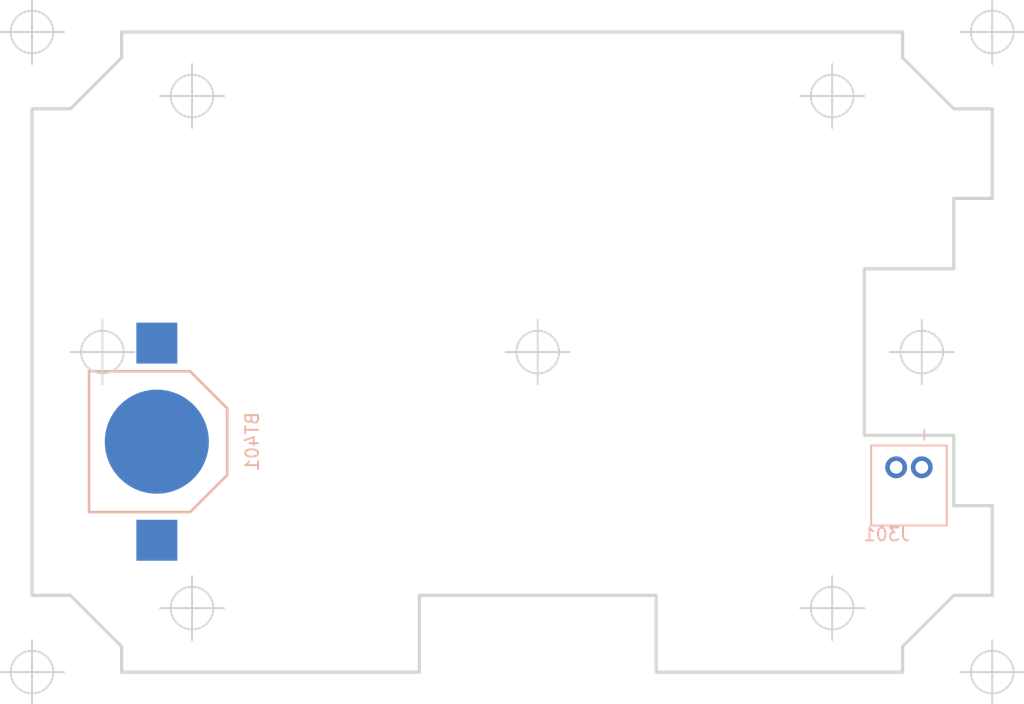
<source format=kicad_pcb>
(kicad_pcb (version 4) (host pcbnew 4.0.6)

  (general
    (links 2)
    (no_connects 2)
    (area -71.25 45.698 405.921143 277.25)
    (thickness 1.6)
    (drawings 39)
    (tracks 0)
    (zones 0)
    (modules 2)
    (nets 5)
  )

  (page A)
  (layers
    (0 F.Cu signal)
    (1 In1.Cu power hide)
    (2 In2.Cu power hide)
    (31 B.Cu signal)
    (36 B.SilkS user)
    (37 F.SilkS user)
    (38 B.Mask user)
    (39 F.Mask user)
    (40 Dwgs.User user)
    (44 Edge.Cuts user)
    (46 B.CrtYd user hide)
    (47 F.CrtYd user)
  )

  (setup
    (last_trace_width 0.25)
    (user_trace_width 0.3)
    (user_trace_width 0.35)
    (user_trace_width 0.5)
    (user_trace_width 0.65)
    (user_trace_width 0.75)
    (user_trace_width 1)
    (trace_clearance 0.127)
    (zone_clearance 0.2)
    (zone_45_only yes)
    (trace_min 0.2)
    (segment_width 0.2)
    (edge_width 0.25)
    (via_size 0.6)
    (via_drill 0.4)
    (via_min_size 0.4)
    (via_min_drill 0.3)
    (user_via 0.6 0.3)
    (user_via 0.9 0.5)
    (user_via 1.2 0.75)
    (user_via 1.5 1)
    (uvia_size 0.3)
    (uvia_drill 0.1)
    (uvias_allowed no)
    (uvia_min_size 0.2)
    (uvia_min_drill 0.1)
    (pcb_text_width 0.3)
    (pcb_text_size 1.5 1.5)
    (mod_edge_width 0.15)
    (mod_text_size 1 1)
    (mod_text_width 0.15)
    (pad_size 4.064 4.064)
    (pad_drill 3.048)
    (pad_to_mask_clearance 0.2)
    (aux_axis_origin 50 100)
    (grid_origin 50 100)
    (visible_elements 7FFE6FFD)
    (pcbplotparams
      (layerselection 0x00020_80000001)
      (usegerberextensions false)
      (excludeedgelayer true)
      (linewidth 0.100000)
      (plotframeref false)
      (viasonmask false)
      (mode 1)
      (useauxorigin false)
      (hpglpennumber 1)
      (hpglpenspeed 20)
      (hpglpendiameter 15)
      (hpglpenoverlay 2)
      (psnegative false)
      (psa4output false)
      (plotreference true)
      (plotvalue true)
      (plotinvisibletext false)
      (padsonsilk false)
      (subtractmaskfromsilk false)
      (outputformat 1)
      (mirror false)
      (drillshape 0)
      (scaleselection 1)
      (outputdirectory ""))
  )

  (net 0 "")
  (net 1 +3V3)
  (net 2 GND)
  (net 3 "Net-(F301-Pad2)")
  (net 4 "Net-(BT401-Pad+)")

  (net_class Default "This is the default net class."
    (clearance 0.127)
    (trace_width 0.25)
    (via_dia 0.6)
    (via_drill 0.4)
    (uvia_dia 0.3)
    (uvia_drill 0.1)
    (add_net "Net-(BT401-Pad+)")
    (add_net "Net-(F301-Pad2)")
  )

  (net_class power1 ""
    (clearance 0.127)
    (trace_width 0.45)
    (via_dia 0.75)
    (via_drill 0.5)
    (uvia_dia 0.3)
    (uvia_drill 0.1)
    (add_net GND)
  )

  (module paddle:JST_battery_header_B2B-PH-K-S (layer B.Cu) (tedit 5956E802) (tstamp 59CAAE6D)
    (at 118.5 84 180)
    (path /59B548AE/59B553AF)
    (fp_text reference J301 (at 1.75 -5.25 180) (layer B.SilkS)
      (effects (font (size 1 1) (thickness 0.15)) (justify mirror))
    )
    (fp_text value Battery (at -0.1 -6.9 180) (layer B.Fab)
      (effects (font (size 1 1) (thickness 0.15)) (justify mirror))
    )
    (fp_text user - (at 1 2.6 180) (layer B.SilkS)
      (effects (font (size 1 1) (thickness 0.15)) (justify mirror))
    )
    (fp_text user + (at -1.2 2.6 180) (layer B.SilkS)
      (effects (font (size 1 1) (thickness 0.15)) (justify mirror))
    )
    (fp_line (start -2.95 1.7) (end -2.95 -4.55) (layer B.SilkS) (width 0.15))
    (fp_line (start -2.95 -4.55) (end 2.95 -4.55) (layer B.SilkS) (width 0.15))
    (fp_line (start 2.95 -4.55) (end 2.95 1.7) (layer B.SilkS) (width 0.15))
    (fp_line (start 2.95 1.7) (end -2.95 1.7) (layer B.SilkS) (width 0.15))
    (pad 1 thru_hole circle (at -1 0 180) (size 1.7 1.7) (drill 1) (layers *.Cu *.Mask)
      (net 3 "Net-(F301-Pad2)"))
    (pad 2 thru_hole circle (at 1 0 180) (size 1.7 1.7) (drill 1) (layers *.Cu *.Mask)
      (net 2 GND))
  )

  (module paddle:CR1025_holder (layer B.Cu) (tedit 59D00B20) (tstamp 59D01AE6)
    (at 59.75 82 270)
    (path /59CA9ED7/59D0200B)
    (fp_text reference BT401 (at 0 -7.45 270) (layer B.SilkS)
      (effects (font (size 1 1) (thickness 0.15)) (justify mirror))
    )
    (fp_text value CR1025 (at 0 -9.1 270) (layer B.Fab)
      (effects (font (size 1 1) (thickness 0.15)) (justify mirror))
    )
    (fp_line (start -9.6 -5.8) (end -9.6 5.6) (layer B.CrtYd) (width 0.2))
    (fp_line (start 9.6 -5.8) (end -9.6 -5.8) (layer B.CrtYd) (width 0.2))
    (fp_line (start 9.6 5.6) (end 9.6 -5.8) (layer B.CrtYd) (width 0.2))
    (fp_line (start -9.6 5.6) (end 9.6 5.6) (layer B.CrtYd) (width 0.2))
    (fp_line (start 2.6 -5.5) (end 5.5 -2.6) (layer B.SilkS) (width 0.2))
    (fp_line (start -2.6 -5.5) (end -5.5 -2.6) (layer B.SilkS) (width 0.2))
    (fp_line (start 5.5 5.3) (end 5.5 -2.6) (layer B.SilkS) (width 0.2))
    (fp_line (start -5.5 5.3) (end -5.5 -2.6) (layer B.SilkS) (width 0.2))
    (fp_line (start -5.4 5.3) (end 5.4 5.3) (layer B.SilkS) (width 0.2))
    (fp_line (start -2.6 -5.5) (end 2.6 -5.5) (layer B.SilkS) (width 0.2))
    (pad - smd circle (at 0 0 270) (size 8.13 8.13) (layers B.Cu B.Mask)
      (net 2 GND))
    (pad + smd rect (at 7.7 0 270) (size 3.2 3.2) (layers B.Cu B.Mask)
      (net 4 "Net-(BT401-Pad+)"))
    (pad + smd rect (at -7.7 0 270) (size 3.2 3.2) (layers B.Cu B.Mask)
      (net 4 "Net-(BT401-Pad+)"))
  )

  (gr_line (start 98.75 100) (end 118 100) (layer Edge.Cuts) (width 0.25))
  (gr_line (start 80.25 100) (end 57 100) (layer Edge.Cuts) (width 0.25))
  (gr_line (start 98.75 94) (end 98.75 100) (layer Edge.Cuts) (width 0.25))
  (gr_line (start 80.25 94) (end 98.75 94) (layer Edge.Cuts) (width 0.25))
  (gr_line (start 80.25 100) (end 80.25 94) (layer Edge.Cuts) (width 0.25))
  (gr_line (start 118 52) (end 122 56) (angle 90) (layer Edge.Cuts) (width 0.25))
  (gr_line (start 125 56) (end 122 56) (angle 90) (layer Edge.Cuts) (width 0.25))
  (gr_line (start 118 50) (end 118 52) (angle 90) (layer Edge.Cuts) (width 0.25))
  (gr_line (start 118 98) (end 122 94) (angle 90) (layer Edge.Cuts) (width 0.25))
  (gr_line (start 118 100) (end 118 98) (angle 90) (layer Edge.Cuts) (width 0.25))
  (gr_line (start 125 94) (end 122 94) (angle 90) (layer Edge.Cuts) (width 0.25))
  (gr_line (start 53 94) (end 57 98) (angle 90) (layer Edge.Cuts) (width 0.25))
  (gr_line (start 57 52) (end 53 56) (angle 90) (layer Edge.Cuts) (width 0.25))
  (gr_line (start 122 81.5) (end 122 87) (angle 90) (layer Edge.Cuts) (width 0.25))
  (gr_line (start 122 63) (end 122 68.5) (angle 90) (layer Edge.Cuts) (width 0.25))
  (gr_line (start 125 94) (end 125 87) (angle 90) (layer Edge.Cuts) (width 0.25))
  (gr_line (start 125 56) (end 125 63) (angle 90) (layer Edge.Cuts) (width 0.25))
  (gr_line (start 115 81.5) (end 122 81.5) (angle 90) (layer Edge.Cuts) (width 0.25))
  (gr_line (start 115 68.5) (end 115 81.5) (angle 90) (layer Edge.Cuts) (width 0.25))
  (gr_line (start 122 68.5) (end 115 68.5) (angle 90) (layer Edge.Cuts) (width 0.25))
  (gr_line (start 122 87) (end 125 87) (angle 90) (layer Edge.Cuts) (width 0.25))
  (gr_line (start 125 63) (end 122 63) (angle 90) (layer Edge.Cuts) (width 0.25))
  (target plus (at 50 50) (size 5) (width 0.15) (layer Edge.Cuts))
  (target plus (at 112.5 55) (size 5) (width 0.15) (layer Edge.Cuts) (tstamp 59CDCC74))
  (target plus (at 62.5 55) (size 5) (width 0.15) (layer Edge.Cuts))
  (target plus (at 112.5 95) (size 5) (width 0.15) (layer Edge.Cuts))
  (target plus (at 62.5 95) (size 5) (width 0.15) (layer Edge.Cuts))
  (target plus (at 119.5 75) (size 5) (width 0.15) (layer Edge.Cuts) (tstamp 59CC4914))
  (target plus (at 55.5 75) (size 5) (width 0.15) (layer Edge.Cuts))
  (target plus (at 89.5 75) (size 5) (width 0.15) (layer Edge.Cuts))
  (target plus (at 125 100) (size 5) (width 0.15) (layer Edge.Cuts) (tstamp 59CC46FE))
  (target plus (at 125 50) (size 5) (width 0.15) (layer Edge.Cuts) (tstamp 59CC46FA))
  (target plus (at 50 100) (size 5) (width 0.15) (layer Edge.Cuts))
  (gr_line (start 50 56) (end 53 56) (layer Edge.Cuts) (width 0.254) (tstamp 59CC4629))
  (gr_line (start 57 52) (end 57 50) (layer Edge.Cuts) (width 0.254) (tstamp 59CC4627))
  (gr_line (start 57 98) (end 57 100) (layer Edge.Cuts) (width 0.254) (tstamp 59CC459E))
  (gr_line (start 50 94) (end 53 94) (layer Edge.Cuts) (width 0.254) (tstamp 59CC459D))
  (gr_line (start 50 56) (end 50 94) (layer Edge.Cuts) (width 0.254))
  (gr_line (start 118 50) (end 57 50) (layer Edge.Cuts) (width 0.254))

  (zone (net 2) (net_name GND) (layer In2.Cu) (tstamp 59CF0E6F) (hatch edge 0.508)
    (connect_pads (clearance 0.2))
    (min_thickness 0.2)
    (fill yes (arc_segments 16) (thermal_gap 0.508) (thermal_bridge_width 0.508))
    (polygon
      (pts
        (xy 50 50) (xy 125 50) (xy 125 100) (xy 50 100)
      )
    )
    (filled_polygon
      (pts
        (xy 117.575 52) (xy 117.601984 52.135657) (xy 117.607351 52.162641) (xy 117.69948 52.30052) (xy 121.699479 56.30052)
        (xy 121.791608 56.362078) (xy 121.83736 56.392649) (xy 122 56.425) (xy 124.575 56.425) (xy 124.575 62.575)
        (xy 122 62.575) (xy 121.83736 62.607351) (xy 121.69948 62.69948) (xy 121.607351 62.83736) (xy 121.575 63)
        (xy 121.575 68.075) (xy 115.06197 68.075) (xy 115.062184 67.829682) (xy 114.900845 67.439211) (xy 114.60236 67.140205)
        (xy 114.212172 66.978185) (xy 113.789682 66.977816) (xy 113.399211 67.139155) (xy 113.100205 67.43764) (xy 112.938185 67.827828)
        (xy 112.937816 68.250318) (xy 113.099155 68.640789) (xy 113.39764 68.939795) (xy 113.787828 69.101815) (xy 114.210318 69.102184)
        (xy 114.575 68.951501) (xy 114.575 81.5) (xy 114.607351 81.66264) (xy 114.69948 81.80052) (xy 114.83736 81.892649)
        (xy 115 81.925) (xy 121.575 81.925) (xy 121.575 87) (xy 121.607351 87.16264) (xy 121.69948 87.30052)
        (xy 121.83736 87.392649) (xy 122 87.425) (xy 124.575 87.425) (xy 124.575 93.575) (xy 122 93.575)
        (xy 121.83736 93.607351) (xy 121.837358 93.607352) (xy 121.837359 93.607352) (xy 121.699479 93.69948) (xy 117.69948 97.69948)
        (xy 117.607351 97.837359) (xy 117.607351 97.83736) (xy 117.575 98) (xy 117.575 99.575) (xy 99.175 99.575)
        (xy 99.175 95.356471) (xy 110.699688 95.356471) (xy 110.973145 96.018286) (xy 111.479051 96.525076) (xy 112.140387 96.799687)
        (xy 112.856471 96.800312) (xy 113.518286 96.526855) (xy 114.025076 96.020949) (xy 114.299687 95.359613) (xy 114.300312 94.643529)
        (xy 114.026855 93.981714) (xy 113.520949 93.474924) (xy 112.859613 93.200313) (xy 112.143529 93.199688) (xy 111.481714 93.473145)
        (xy 110.974924 93.979051) (xy 110.700313 94.640387) (xy 110.699688 95.356471) (xy 99.175 95.356471) (xy 99.175 94)
        (xy 99.142649 93.83736) (xy 99.05052 93.69948) (xy 98.91264 93.607351) (xy 98.75 93.575) (xy 80.25 93.575)
        (xy 80.08736 93.607351) (xy 79.94948 93.69948) (xy 79.857351 93.83736) (xy 79.825 94) (xy 79.825 99.575)
        (xy 57.427 99.575) (xy 57.427 98) (xy 57.394497 97.836594) (xy 57.301935 97.698065) (xy 57.293409 97.692368)
        (xy 54.957512 95.356471) (xy 60.699688 95.356471) (xy 60.973145 96.018286) (xy 61.479051 96.525076) (xy 62.140387 96.799687)
        (xy 62.856471 96.800312) (xy 63.518286 96.526855) (xy 64.025076 96.020949) (xy 64.299687 95.359613) (xy 64.300312 94.643529)
        (xy 64.026855 93.981714) (xy 63.520949 93.474924) (xy 62.859613 93.200313) (xy 62.143529 93.199688) (xy 61.481714 93.473145)
        (xy 60.974924 93.979051) (xy 60.700313 94.640387) (xy 60.699688 95.356471) (xy 54.957512 95.356471) (xy 53.307634 93.706594)
        (xy 53.301935 93.698065) (xy 53.163406 93.605503) (xy 53 93.573) (xy 50.427 93.573) (xy 50.427 88.633677)
        (xy 74.574883 88.633677) (xy 74.677429 88.881857) (xy 74.867144 89.071903) (xy 75.115145 89.174883) (xy 75.383677 89.175117)
        (xy 75.631857 89.072571) (xy 75.821903 88.882856) (xy 75.924883 88.634855) (xy 75.925117 88.366323) (xy 75.822571 88.118143)
        (xy 75.632856 87.928097) (xy 75.384855 87.825117) (xy 75.116323 87.824883) (xy 74.868143 87.927429) (xy 74.678097 88.117144)
        (xy 74.575117 88.365145) (xy 74.574883 88.633677) (xy 50.427 88.633677) (xy 50.427 87.083677) (xy 74.624883 87.083677)
        (xy 74.727429 87.331857) (xy 74.917144 87.521903) (xy 75.165145 87.624883) (xy 75.433677 87.625117) (xy 75.681857 87.522571)
        (xy 75.871903 87.332856) (xy 75.974883 87.084855) (xy 75.975101 86.833677) (xy 101.374883 86.833677) (xy 101.477429 87.081857)
        (xy 101.667144 87.271903) (xy 101.915145 87.374883) (xy 102.183677 87.375117) (xy 102.431857 87.272571) (xy 102.621903 87.082856)
        (xy 102.724883 86.834855) (xy 102.725117 86.566323) (xy 102.622571 86.318143) (xy 102.432856 86.128097) (xy 102.184855 86.025117)
        (xy 101.916323 86.024883) (xy 101.668143 86.127429) (xy 101.478097 86.317144) (xy 101.375117 86.565145) (xy 101.374883 86.833677)
        (xy 75.975101 86.833677) (xy 75.975117 86.816323) (xy 75.872571 86.568143) (xy 75.682856 86.378097) (xy 75.434855 86.275117)
        (xy 75.166323 86.274883) (xy 74.918143 86.377429) (xy 74.728097 86.567144) (xy 74.625117 86.815145) (xy 74.624883 87.083677)
        (xy 50.427 87.083677) (xy 50.427 86.118824) (xy 95.149896 86.118824) (xy 95.241048 86.339429) (xy 95.409683 86.508359)
        (xy 95.630129 86.599896) (xy 95.868824 86.600104) (xy 96.089429 86.508952) (xy 96.258359 86.340317) (xy 96.349896 86.119871)
        (xy 96.349896 86.118824) (xy 99.649896 86.118824) (xy 99.741048 86.339429) (xy 99.909683 86.508359) (xy 100.130129 86.599896)
        (xy 100.368824 86.600104) (xy 100.589429 86.508952) (xy 100.758359 86.340317) (xy 100.849896 86.119871) (xy 100.850104 85.881176)
        (xy 100.758952 85.660571) (xy 100.590317 85.491641) (xy 100.369871 85.400104) (xy 100.131176 85.399896) (xy 99.910571 85.491048)
        (xy 99.741641 85.659683) (xy 99.650104 85.880129) (xy 99.649896 86.118824) (xy 96.349896 86.118824) (xy 96.350104 85.881176)
        (xy 96.258952 85.660571) (xy 96.090317 85.491641) (xy 95.869871 85.400104) (xy 95.631176 85.399896) (xy 95.410571 85.491048)
        (xy 95.241641 85.659683) (xy 95.150104 85.880129) (xy 95.149896 86.118824) (xy 50.427 86.118824) (xy 50.427 85.04627)
        (xy 116.671519 85.04627) (xy 116.75551 85.286704) (xy 117.304581 85.473663) (xy 117.883402 85.43627) (xy 118.24449 85.286704)
        (xy 118.328481 85.04627) (xy 117.5 84.217789) (xy 116.671519 85.04627) (xy 50.427 85.04627) (xy 50.427 83.961146)
        (xy 104.402352 83.961146) (xy 104.504898 84.209326) (xy 104.694613 84.399372) (xy 104.942614 84.502352) (xy 105.211146 84.502586)
        (xy 105.459326 84.40004) (xy 105.649372 84.210325) (xy 105.752352 83.962324) (xy 105.752489 83.804581) (xy 116.026337 83.804581)
        (xy 116.06373 84.383402) (xy 116.213296 84.74449) (xy 116.45373 84.828481) (xy 117.282211 84) (xy 117.717789 84)
        (xy 118.54627 84.828481) (xy 118.661815 84.788118) (xy 118.847727 84.974354) (xy 119.270247 85.1498) (xy 119.727746 85.150199)
        (xy 120.150572 84.975491) (xy 120.474354 84.652273) (xy 120.6498 84.229753) (xy 120.650199 83.772254) (xy 120.475491 83.349428)
        (xy 120.152273 83.025646) (xy 119.729753 82.8502) (xy 119.272254 82.849801) (xy 118.849428 83.024509) (xy 118.66175 83.21186)
        (xy 118.54627 83.171519) (xy 117.717789 84) (xy 117.282211 84) (xy 116.45373 83.171519) (xy 116.213296 83.25551)
        (xy 116.026337 83.804581) (xy 105.752489 83.804581) (xy 105.752586 83.693792) (xy 105.65004 83.445612) (xy 105.460325 83.255566)
        (xy 105.212324 83.152586) (xy 104.943792 83.152352) (xy 104.695612 83.254898) (xy 104.505566 83.444613) (xy 104.402586 83.692614)
        (xy 104.402352 83.961146) (xy 50.427 83.961146) (xy 50.427 83.368824) (xy 53.149896 83.368824) (xy 53.241048 83.589429)
        (xy 53.409683 83.758359) (xy 53.630129 83.849896) (xy 53.868824 83.850104) (xy 54.089429 83.758952) (xy 54.258359 83.590317)
        (xy 54.349896 83.369871) (xy 54.350104 83.131176) (xy 54.276785 82.95373) (xy 116.671519 82.95373) (xy 117.5 83.782211)
        (xy 118.328481 82.95373) (xy 118.24449 82.713296) (xy 117.695419 82.526337) (xy 117.116598 82.56373) (xy 116.75551 82.713296)
        (xy 116.671519 82.95373) (xy 54.276785 82.95373) (xy 54.258952 82.910571) (xy 54.090317 82.741641) (xy 53.869871 82.650104)
        (xy 53.631176 82.649896) (xy 53.410571 82.741048) (xy 53.241641 82.909683) (xy 53.150104 83.130129) (xy 53.149896 83.368824)
        (xy 50.427 83.368824) (xy 50.427 80.618824) (xy 54.503907 80.618824) (xy 54.595059 80.839429) (xy 54.763694 81.008359)
        (xy 54.98414 81.099896) (xy 55.222835 81.100104) (xy 55.44344 81.008952) (xy 55.61237 80.840317) (xy 55.703907 80.619871)
        (xy 55.704115 80.381176) (xy 55.612963 80.160571) (xy 55.444328 79.991641) (xy 55.223882 79.900104) (xy 54.985187 79.899896)
        (xy 54.764582 79.991048) (xy 54.595652 80.159683) (xy 54.504115 80.380129) (xy 54.503907 80.618824) (xy 50.427 80.618824)
        (xy 50.427 78.368824) (xy 83.899896 78.368824) (xy 83.991048 78.589429) (xy 84.159683 78.758359) (xy 84.380129 78.849896)
        (xy 84.618824 78.850104) (xy 84.839429 78.758952) (xy 85.008359 78.590317) (xy 85.099896 78.369871) (xy 85.100104 78.131176)
        (xy 85.095001 78.118824) (xy 85.899896 78.118824) (xy 85.991048 78.339429) (xy 86.159683 78.508359) (xy 86.380129 78.599896)
        (xy 86.618824 78.600104) (xy 86.839429 78.508952) (xy 87.008359 78.340317) (xy 87.099896 78.119871) (xy 87.100104 77.881176)
        (xy 87.008952 77.660571) (xy 86.840317 77.491641) (xy 86.619871 77.400104) (xy 86.381176 77.399896) (xy 86.160571 77.491048)
        (xy 85.991641 77.659683) (xy 85.900104 77.880129) (xy 85.899896 78.118824) (xy 85.095001 78.118824) (xy 85.008952 77.910571)
        (xy 84.840317 77.741641) (xy 84.619871 77.650104) (xy 84.381176 77.649896) (xy 84.160571 77.741048) (xy 83.991641 77.909683)
        (xy 83.900104 78.130129) (xy 83.899896 78.368824) (xy 50.427 78.368824) (xy 50.427 76.118824) (xy 53.149896 76.118824)
        (xy 53.241048 76.339429) (xy 53.409683 76.508359) (xy 53.630129 76.599896) (xy 53.868824 76.600104) (xy 54.089429 76.508952)
        (xy 54.258359 76.340317) (xy 54.349896 76.119871) (xy 54.350104 75.881176) (xy 54.258952 75.660571) (xy 54.090317 75.491641)
        (xy 53.869871 75.400104) (xy 53.631176 75.399896) (xy 53.410571 75.491048) (xy 53.241641 75.659683) (xy 53.150104 75.880129)
        (xy 53.149896 76.118824) (xy 50.427 76.118824) (xy 50.427 74.302078) (xy 54.566464 74.302078) (xy 54.657616 74.522683)
        (xy 54.826251 74.691613) (xy 55.046697 74.78315) (xy 55.285392 74.783358) (xy 55.505997 74.692206) (xy 55.674927 74.523571)
        (xy 55.766464 74.303125) (xy 55.766672 74.06443) (xy 55.67552 73.843825) (xy 55.506885 73.674895) (xy 55.286439 73.583358)
        (xy 55.047744 73.58315) (xy 54.827139 73.674302) (xy 54.658209 73.842937) (xy 54.566672 74.063383) (xy 54.566464 74.302078)
        (xy 50.427 74.302078) (xy 50.427 71.368824) (xy 67.399896 71.368824) (xy 67.491048 71.589429) (xy 67.659683 71.758359)
        (xy 67.880129 71.849896) (xy 68.118824 71.850104) (xy 68.339429 71.758952) (xy 68.508359 71.590317) (xy 68.599896 71.369871)
        (xy 68.600104 71.131176) (xy 68.508952 70.910571) (xy 68.340317 70.741641) (xy 68.119871 70.650104) (xy 67.881176 70.649896)
        (xy 67.660571 70.741048) (xy 67.491641 70.909683) (xy 67.400104 71.130129) (xy 67.399896 71.368824) (xy 50.427 71.368824)
        (xy 50.427 66.118824) (xy 62.899896 66.118824) (xy 62.991048 66.339429) (xy 63.159683 66.508359) (xy 63.380129 66.599896)
        (xy 63.618824 66.600104) (xy 63.839429 66.508952) (xy 64.008359 66.340317) (xy 64.099896 66.119871) (xy 64.100104 65.881176)
        (xy 64.008952 65.660571) (xy 63.840317 65.491641) (xy 63.619871 65.400104) (xy 63.381176 65.399896) (xy 63.160571 65.491048)
        (xy 62.991641 65.659683) (xy 62.900104 65.880129) (xy 62.899896 66.118824) (xy 50.427 66.118824) (xy 50.427 65.118824)
        (xy 64.149896 65.118824) (xy 64.241048 65.339429) (xy 64.409683 65.508359) (xy 64.630129 65.599896) (xy 64.868824 65.600104)
        (xy 65.089429 65.508952) (xy 65.258359 65.340317) (xy 65.349896 65.119871) (xy 65.349896 65.118824) (xy 65.649896 65.118824)
        (xy 65.741048 65.339429) (xy 65.909683 65.508359) (xy 66.130129 65.599896) (xy 66.368824 65.600104) (xy 66.589429 65.508952)
        (xy 66.758359 65.340317) (xy 66.779252 65.29) (xy 117.57747 65.29) (xy 117.665009 65.730086) (xy 117.914297 66.103173)
        (xy 118.287384 66.352461) (xy 118.72747 66.44) (xy 118.77253 66.44) (xy 119.212616 66.352461) (xy 119.585703 66.103173)
        (xy 119.834991 65.730086) (xy 119.92253 65.29) (xy 119.834991 64.849914) (xy 119.585703 64.476827) (xy 119.212616 64.227539)
        (xy 118.77253 64.14) (xy 118.72747 64.14) (xy 118.287384 64.227539) (xy 117.914297 64.476827) (xy 117.665009 64.849914)
        (xy 117.57747 65.29) (xy 66.779252 65.29) (xy 66.849896 65.119871) (xy 66.850104 64.881176) (xy 66.758952 64.660571)
        (xy 66.590317 64.491641) (xy 66.369871 64.400104) (xy 66.131176 64.399896) (xy 65.910571 64.491048) (xy 65.741641 64.659683)
        (xy 65.650104 64.880129) (xy 65.649896 65.118824) (xy 65.349896 65.118824) (xy 65.350104 64.881176) (xy 65.258952 64.660571)
        (xy 65.090317 64.491641) (xy 64.869871 64.400104) (xy 64.631176 64.399896) (xy 64.410571 64.491048) (xy 64.241641 64.659683)
        (xy 64.150104 64.880129) (xy 64.149896 65.118824) (xy 50.427 65.118824) (xy 50.427 63.170318) (xy 112.937816 63.170318)
        (xy 113.099155 63.560789) (xy 113.39764 63.859795) (xy 113.787828 64.021815) (xy 114.210318 64.022184) (xy 114.600789 63.860845)
        (xy 114.899795 63.56236) (xy 115.061815 63.172172) (xy 115.062183 62.75) (xy 117.57747 62.75) (xy 117.665009 63.190086)
        (xy 117.914297 63.563173) (xy 118.287384 63.812461) (xy 118.72747 63.9) (xy 118.77253 63.9) (xy 119.212616 63.812461)
        (xy 119.585703 63.563173) (xy 119.834991 63.190086) (xy 119.92253 62.75) (xy 119.834991 62.309914) (xy 119.585703 61.936827)
        (xy 119.212616 61.687539) (xy 118.77253 61.6) (xy 118.72747 61.6) (xy 118.287384 61.687539) (xy 117.914297 61.936827)
        (xy 117.665009 62.309914) (xy 117.57747 62.75) (xy 115.062183 62.75) (xy 115.062184 62.749682) (xy 114.900845 62.359211)
        (xy 114.60236 62.060205) (xy 114.212172 61.898185) (xy 113.789682 61.897816) (xy 113.399211 62.059155) (xy 113.100205 62.35764)
        (xy 112.938185 62.747828) (xy 112.937816 63.170318) (xy 50.427 63.170318) (xy 50.427 59.36) (xy 117.594123 59.36)
        (xy 117.594123 61.06) (xy 117.615042 61.171173) (xy 117.680745 61.273279) (xy 117.780997 61.341778) (xy 117.9 61.365877)
        (xy 119.6 61.365877) (xy 119.711173 61.344958) (xy 119.813279 61.279255) (xy 119.881778 61.179003) (xy 119.905877 61.06)
        (xy 119.905877 59.36) (xy 119.884958 59.248827) (xy 119.819255 59.146721) (xy 119.719003 59.078222) (xy 119.6 59.054123)
        (xy 117.9 59.054123) (xy 117.788827 59.075042) (xy 117.686721 59.140745) (xy 117.618222 59.240997) (xy 117.594123 59.36)
        (xy 50.427 59.36) (xy 50.427 56.427) (xy 53 56.427) (xy 53.163406 56.394497) (xy 53.301935 56.301935)
        (xy 53.307634 56.293406) (xy 54.244569 55.356471) (xy 60.699688 55.356471) (xy 60.973145 56.018286) (xy 61.479051 56.525076)
        (xy 62.140387 56.799687) (xy 62.856471 56.800312) (xy 63.518286 56.526855) (xy 64.025076 56.020949) (xy 64.299687 55.359613)
        (xy 64.299689 55.356471) (xy 110.699688 55.356471) (xy 110.973145 56.018286) (xy 111.479051 56.525076) (xy 112.140387 56.799687)
        (xy 112.856471 56.800312) (xy 113.518286 56.526855) (xy 114.025076 56.020949) (xy 114.299687 55.359613) (xy 114.300312 54.643529)
        (xy 114.026855 53.981714) (xy 113.520949 53.474924) (xy 112.859613 53.200313) (xy 112.143529 53.199688) (xy 111.481714 53.473145)
        (xy 110.974924 53.979051) (xy 110.700313 54.640387) (xy 110.699688 55.356471) (xy 64.299689 55.356471) (xy 64.300312 54.643529)
        (xy 64.026855 53.981714) (xy 63.520949 53.474924) (xy 62.859613 53.200313) (xy 62.143529 53.199688) (xy 61.481714 53.473145)
        (xy 60.974924 53.979051) (xy 60.700313 54.640387) (xy 60.699688 55.356471) (xy 54.244569 55.356471) (xy 57.293409 52.307632)
        (xy 57.301935 52.301935) (xy 57.394497 52.163406) (xy 57.427 52) (xy 57.427 50.427) (xy 117.575 50.427)
      )
    )
  )
  (zone (net 1) (net_name +3V3) (layer In1.Cu) (tstamp 59CF0E6F) (hatch edge 0.508)
    (connect_pads (clearance 0.2))
    (min_thickness 0.2)
    (fill yes (arc_segments 16) (thermal_gap 0.508) (thermal_bridge_width 0.508))
    (polygon
      (pts
        (xy 50 50) (xy 125 50) (xy 125 100) (xy 50 100)
      )
    )
    (filled_polygon
      (pts
        (xy 117.575 52) (xy 117.601984 52.135657) (xy 117.607351 52.162641) (xy 117.69948 52.30052) (xy 121.699479 56.30052)
        (xy 121.791608 56.362078) (xy 121.83736 56.392649) (xy 122 56.425) (xy 124.575 56.425) (xy 124.575 62.575)
        (xy 122 62.575) (xy 121.83736 62.607351) (xy 121.69948 62.69948) (xy 121.607351 62.83736) (xy 121.575 63)
        (xy 121.575 68.075) (xy 115.06197 68.075) (xy 115.062184 67.829682) (xy 114.900845 67.439211) (xy 114.60236 67.140205)
        (xy 114.212172 66.978185) (xy 113.789682 66.977816) (xy 113.399211 67.139155) (xy 113.100205 67.43764) (xy 112.938185 67.827828)
        (xy 112.937816 68.250318) (xy 113.099155 68.640789) (xy 113.39764 68.939795) (xy 113.787828 69.101815) (xy 114.210318 69.102184)
        (xy 114.575 68.951501) (xy 114.575 81.5) (xy 114.607351 81.66264) (xy 114.69948 81.80052) (xy 114.83736 81.892649)
        (xy 115 81.925) (xy 121.575 81.925) (xy 121.575 87) (xy 121.607351 87.16264) (xy 121.69948 87.30052)
        (xy 121.83736 87.392649) (xy 122 87.425) (xy 124.575 87.425) (xy 124.575 93.575) (xy 122 93.575)
        (xy 121.83736 93.607351) (xy 121.837358 93.607352) (xy 121.837359 93.607352) (xy 121.699479 93.69948) (xy 117.69948 97.69948)
        (xy 117.607351 97.837359) (xy 117.607351 97.83736) (xy 117.575 98) (xy 117.575 99.575) (xy 99.175 99.575)
        (xy 99.175 95.356471) (xy 110.699688 95.356471) (xy 110.973145 96.018286) (xy 111.479051 96.525076) (xy 112.140387 96.799687)
        (xy 112.856471 96.800312) (xy 113.518286 96.526855) (xy 114.025076 96.020949) (xy 114.299687 95.359613) (xy 114.300312 94.643529)
        (xy 114.026855 93.981714) (xy 113.520949 93.474924) (xy 112.859613 93.200313) (xy 112.143529 93.199688) (xy 111.481714 93.473145)
        (xy 110.974924 93.979051) (xy 110.700313 94.640387) (xy 110.699688 95.356471) (xy 99.175 95.356471) (xy 99.175 94)
        (xy 99.142649 93.83736) (xy 99.05052 93.69948) (xy 98.91264 93.607351) (xy 98.75 93.575) (xy 80.25 93.575)
        (xy 80.08736 93.607351) (xy 79.94948 93.69948) (xy 79.857351 93.83736) (xy 79.825 94) (xy 79.825 99.575)
        (xy 57.427 99.575) (xy 57.427 98) (xy 57.394497 97.836594) (xy 57.301935 97.698065) (xy 57.293409 97.692368)
        (xy 54.957512 95.356471) (xy 60.699688 95.356471) (xy 60.973145 96.018286) (xy 61.479051 96.525076) (xy 62.140387 96.799687)
        (xy 62.856471 96.800312) (xy 63.518286 96.526855) (xy 64.025076 96.020949) (xy 64.299687 95.359613) (xy 64.300312 94.643529)
        (xy 64.026855 93.981714) (xy 63.520949 93.474924) (xy 62.859613 93.200313) (xy 62.143529 93.199688) (xy 61.481714 93.473145)
        (xy 60.974924 93.979051) (xy 60.700313 94.640387) (xy 60.699688 95.356471) (xy 54.957512 95.356471) (xy 53.307634 93.706594)
        (xy 53.301935 93.698065) (xy 53.163406 93.605503) (xy 53 93.573) (xy 50.427 93.573) (xy 50.427 92.583677)
        (xy 96.124883 92.583677) (xy 96.227429 92.831857) (xy 96.417144 93.021903) (xy 96.665145 93.124883) (xy 96.933677 93.125117)
        (xy 97.181857 93.022571) (xy 97.371903 92.832856) (xy 97.45461 92.633677) (xy 104.574883 92.633677) (xy 104.677429 92.881857)
        (xy 104.867144 93.071903) (xy 105.115145 93.174883) (xy 105.383677 93.175117) (xy 105.631857 93.072571) (xy 105.821903 92.882856)
        (xy 105.924883 92.634855) (xy 105.925117 92.366323) (xy 105.822571 92.118143) (xy 105.632856 91.928097) (xy 105.384855 91.825117)
        (xy 105.116323 91.824883) (xy 104.868143 91.927429) (xy 104.678097 92.117144) (xy 104.575117 92.365145) (xy 104.574883 92.633677)
        (xy 97.45461 92.633677) (xy 97.474883 92.584855) (xy 97.475117 92.316323) (xy 97.372571 92.068143) (xy 97.182856 91.878097)
        (xy 96.934855 91.775117) (xy 96.666323 91.774883) (xy 96.418143 91.877429) (xy 96.228097 92.067144) (xy 96.125117 92.315145)
        (xy 96.124883 92.583677) (xy 50.427 92.583677) (xy 50.427 91.133677) (xy 110.824883 91.133677) (xy 110.927429 91.381857)
        (xy 111.117144 91.571903) (xy 111.365145 91.674883) (xy 111.633677 91.675117) (xy 111.881857 91.572571) (xy 112.071903 91.382856)
        (xy 112.174883 91.134855) (xy 112.175117 90.866323) (xy 112.072571 90.618143) (xy 111.882856 90.428097) (xy 111.634855 90.325117)
        (xy 111.366323 90.324883) (xy 111.118143 90.427429) (xy 110.928097 90.617144) (xy 110.825117 90.865145) (xy 110.824883 91.133677)
        (xy 50.427 91.133677) (xy 50.427 87.883677) (xy 52.974883 87.883677) (xy 53.077429 88.131857) (xy 53.267144 88.321903)
        (xy 53.515145 88.424883) (xy 53.783677 88.425117) (xy 54.031857 88.322571) (xy 54.221903 88.132856) (xy 54.324883 87.884855)
        (xy 54.325117 87.616323) (xy 54.222571 87.368143) (xy 54.032856 87.178097) (xy 53.784855 87.075117) (xy 53.516323 87.074883)
        (xy 53.268143 87.177429) (xy 53.078097 87.367144) (xy 52.975117 87.615145) (xy 52.974883 87.883677) (xy 50.427 87.883677)
        (xy 50.427 86.118824) (xy 95.149896 86.118824) (xy 95.241048 86.339429) (xy 95.409683 86.508359) (xy 95.630129 86.599896)
        (xy 95.868824 86.600104) (xy 96.089429 86.508952) (xy 96.258359 86.340317) (xy 96.349896 86.119871) (xy 96.349896 86.118824)
        (xy 99.649896 86.118824) (xy 99.741048 86.339429) (xy 99.909683 86.508359) (xy 100.130129 86.599896) (xy 100.368824 86.600104)
        (xy 100.589429 86.508952) (xy 100.758359 86.340317) (xy 100.849896 86.119871) (xy 100.850104 85.881176) (xy 100.758952 85.660571)
        (xy 100.590317 85.491641) (xy 100.369871 85.400104) (xy 100.131176 85.399896) (xy 99.910571 85.491048) (xy 99.741641 85.659683)
        (xy 99.650104 85.880129) (xy 99.649896 86.118824) (xy 96.349896 86.118824) (xy 96.350104 85.881176) (xy 96.258952 85.660571)
        (xy 96.090317 85.491641) (xy 95.869871 85.400104) (xy 95.631176 85.399896) (xy 95.410571 85.491048) (xy 95.241641 85.659683)
        (xy 95.150104 85.880129) (xy 95.149896 86.118824) (xy 50.427 86.118824) (xy 50.427 84.227746) (xy 116.349801 84.227746)
        (xy 116.524509 84.650572) (xy 116.847727 84.974354) (xy 117.270247 85.1498) (xy 117.727746 85.150199) (xy 118.150572 84.975491)
        (xy 118.474354 84.652273) (xy 118.499846 84.590882) (xy 118.524509 84.650572) (xy 118.847727 84.974354) (xy 119.270247 85.1498)
        (xy 119.727746 85.150199) (xy 120.150572 84.975491) (xy 120.474354 84.652273) (xy 120.6498 84.229753) (xy 120.650199 83.772254)
        (xy 120.475491 83.349428) (xy 120.152273 83.025646) (xy 119.729753 82.8502) (xy 119.272254 82.849801) (xy 118.849428 83.024509)
        (xy 118.525646 83.347727) (xy 118.500154 83.409118) (xy 118.475491 83.349428) (xy 118.152273 83.025646) (xy 117.729753 82.8502)
        (xy 117.272254 82.849801) (xy 116.849428 83.024509) (xy 116.525646 83.347727) (xy 116.3502 83.770247) (xy 116.349801 84.227746)
        (xy 50.427 84.227746) (xy 50.427 83.368824) (xy 53.149896 83.368824) (xy 53.241048 83.589429) (xy 53.409683 83.758359)
        (xy 53.630129 83.849896) (xy 53.868824 83.850104) (xy 54.089429 83.758952) (xy 54.258359 83.590317) (xy 54.349896 83.369871)
        (xy 54.350104 83.131176) (xy 54.258952 82.910571) (xy 54.090317 82.741641) (xy 53.869871 82.650104) (xy 53.631176 82.649896)
        (xy 53.410571 82.741048) (xy 53.241641 82.909683) (xy 53.150104 83.130129) (xy 53.149896 83.368824) (xy 50.427 83.368824)
        (xy 50.427 80.383677) (xy 52.824883 80.383677) (xy 52.927429 80.631857) (xy 53.117144 80.821903) (xy 53.365145 80.924883)
        (xy 53.633677 80.925117) (xy 53.881857 80.822571) (xy 54.071903 80.632856) (xy 54.077729 80.618824) (xy 54.503907 80.618824)
        (xy 54.595059 80.839429) (xy 54.763694 81.008359) (xy 54.98414 81.099896) (xy 55.222835 81.100104) (xy 55.44344 81.008952)
        (xy 55.61237 80.840317) (xy 55.703907 80.619871) (xy 55.704115 80.381176) (xy 55.612963 80.160571) (xy 55.586116 80.133677)
        (xy 107.774883 80.133677) (xy 107.877429 80.381857) (xy 108.067144 80.571903) (xy 108.315145 80.674883) (xy 108.583677 80.675117)
        (xy 108.831857 80.572571) (xy 109.021903 80.382856) (xy 109.124883 80.134855) (xy 109.124884 80.133677) (xy 111.274883 80.133677)
        (xy 111.377429 80.381857) (xy 111.567144 80.571903) (xy 111.815145 80.674883) (xy 112.083677 80.675117) (xy 112.331857 80.572571)
        (xy 112.521903 80.382856) (xy 112.624883 80.134855) (xy 112.625117 79.866323) (xy 112.522571 79.618143) (xy 112.332856 79.428097)
        (xy 112.084855 79.325117) (xy 111.816323 79.324883) (xy 111.568143 79.427429) (xy 111.378097 79.617144) (xy 111.275117 79.865145)
        (xy 111.274883 80.133677) (xy 109.124884 80.133677) (xy 109.125117 79.866323) (xy 109.022571 79.618143) (xy 108.832856 79.428097)
        (xy 108.584855 79.325117) (xy 108.316323 79.324883) (xy 108.068143 79.427429) (xy 107.878097 79.617144) (xy 107.775117 79.865145)
        (xy 107.774883 80.133677) (xy 55.586116 80.133677) (xy 55.444328 79.991641) (xy 55.223882 79.900104) (xy 54.985187 79.899896)
        (xy 54.764582 79.991048) (xy 54.595652 80.159683) (xy 54.504115 80.380129) (xy 54.503907 80.618824) (xy 54.077729 80.618824)
        (xy 54.174883 80.384855) (xy 54.175117 80.116323) (xy 54.072571 79.868143) (xy 53.882856 79.678097) (xy 53.634855 79.575117)
        (xy 53.366323 79.574883) (xy 53.118143 79.677429) (xy 52.928097 79.867144) (xy 52.825117 80.115145) (xy 52.824883 80.383677)
        (xy 50.427 80.383677) (xy 50.427 78.883677) (xy 65.824883 78.883677) (xy 65.927429 79.131857) (xy 66.117144 79.321903)
        (xy 66.365145 79.424883) (xy 66.633677 79.425117) (xy 66.881857 79.322571) (xy 67.071903 79.132856) (xy 67.174883 78.884855)
        (xy 67.175117 78.616323) (xy 67.072853 78.368824) (xy 83.899896 78.368824) (xy 83.991048 78.589429) (xy 84.159683 78.758359)
        (xy 84.380129 78.849896) (xy 84.618824 78.850104) (xy 84.839429 78.758952) (xy 85.008359 78.590317) (xy 85.099896 78.369871)
        (xy 85.100104 78.131176) (xy 85.095001 78.118824) (xy 85.899896 78.118824) (xy 85.991048 78.339429) (xy 86.159683 78.508359)
        (xy 86.380129 78.599896) (xy 86.618824 78.600104) (xy 86.839429 78.508952) (xy 87.008359 78.340317) (xy 87.099896 78.119871)
        (xy 87.100104 77.881176) (xy 87.008952 77.660571) (xy 86.840317 77.491641) (xy 86.619871 77.400104) (xy 86.381176 77.399896)
        (xy 86.160571 77.491048) (xy 85.991641 77.659683) (xy 85.900104 77.880129) (xy 85.899896 78.118824) (xy 85.095001 78.118824)
        (xy 85.008952 77.910571) (xy 84.840317 77.741641) (xy 84.619871 77.650104) (xy 84.381176 77.649896) (xy 84.160571 77.741048)
        (xy 83.991641 77.909683) (xy 83.900104 78.130129) (xy 83.899896 78.368824) (xy 67.072853 78.368824) (xy 67.072571 78.368143)
        (xy 66.882856 78.178097) (xy 66.634855 78.075117) (xy 66.366323 78.074883) (xy 66.118143 78.177429) (xy 65.928097 78.367144)
        (xy 65.825117 78.615145) (xy 65.824883 78.883677) (xy 50.427 78.883677) (xy 50.427 77.633677) (xy 59.074883 77.633677)
        (xy 59.177429 77.881857) (xy 59.367144 78.071903) (xy 59.615145 78.174883) (xy 59.883677 78.175117) (xy 60.131857 78.072571)
        (xy 60.321903 77.882856) (xy 60.424883 77.634855) (xy 60.425117 77.366323) (xy 60.322571 77.118143) (xy 60.132856 76.928097)
        (xy 59.884855 76.825117) (xy 59.616323 76.824883) (xy 59.368143 76.927429) (xy 59.178097 77.117144) (xy 59.075117 77.365145)
        (xy 59.074883 77.633677) (xy 50.427 77.633677) (xy 50.427 76.633677) (xy 58.074883 76.633677) (xy 58.177429 76.881857)
        (xy 58.367144 77.071903) (xy 58.615145 77.174883) (xy 58.883677 77.175117) (xy 59.131857 77.072571) (xy 59.321903 76.882856)
        (xy 59.424883 76.634855) (xy 59.425117 76.366323) (xy 59.322571 76.118143) (xy 59.132856 75.928097) (xy 59.025882 75.883677)
        (xy 63.574883 75.883677) (xy 63.677429 76.131857) (xy 63.867144 76.321903) (xy 64.115145 76.424883) (xy 64.383677 76.425117)
        (xy 64.631857 76.322571) (xy 64.821903 76.132856) (xy 64.924883 75.884855) (xy 64.925117 75.616323) (xy 64.822571 75.368143)
        (xy 64.632856 75.178097) (xy 64.384855 75.075117) (xy 64.116323 75.074883) (xy 63.868143 75.177429) (xy 63.678097 75.367144)
        (xy 63.575117 75.615145) (xy 63.574883 75.883677) (xy 59.025882 75.883677) (xy 58.884855 75.825117) (xy 58.616323 75.824883)
        (xy 58.368143 75.927429) (xy 58.178097 76.117144) (xy 58.075117 76.365145) (xy 58.074883 76.633677) (xy 50.427 76.633677)
        (xy 50.427 75.883677) (xy 50.574883 75.883677) (xy 50.677429 76.131857) (xy 50.867144 76.321903) (xy 51.115145 76.424883)
        (xy 51.383677 76.425117) (xy 51.631857 76.322571) (xy 51.821903 76.132856) (xy 51.827729 76.118824) (xy 53.149896 76.118824)
        (xy 53.241048 76.339429) (xy 53.409683 76.508359) (xy 53.630129 76.599896) (xy 53.868824 76.600104) (xy 54.089429 76.508952)
        (xy 54.258359 76.340317) (xy 54.349896 76.119871) (xy 54.350101 75.883677) (xy 55.574883 75.883677) (xy 55.677429 76.131857)
        (xy 55.867144 76.321903) (xy 56.115145 76.424883) (xy 56.383677 76.425117) (xy 56.631857 76.322571) (xy 56.821903 76.132856)
        (xy 56.924883 75.884855) (xy 56.925117 75.616323) (xy 56.822571 75.368143) (xy 56.632856 75.178097) (xy 56.384855 75.075117)
        (xy 56.116323 75.074883) (xy 55.868143 75.177429) (xy 55.678097 75.367144) (xy 55.575117 75.615145) (xy 55.574883 75.883677)
        (xy 54.350101 75.883677) (xy 54.350104 75.881176) (xy 54.258952 75.660571) (xy 54.090317 75.491641) (xy 53.869871 75.400104)
        (xy 53.631176 75.399896) (xy 53.410571 75.491048) (xy 53.241641 75.659683) (xy 53.150104 75.880129) (xy 53.149896 76.118824)
        (xy 51.827729 76.118824) (xy 51.924883 75.884855) (xy 51.925117 75.616323) (xy 51.822571 75.368143) (xy 51.632856 75.178097)
        (xy 51.384855 75.075117) (xy 51.116323 75.074883) (xy 50.868143 75.177429) (xy 50.678097 75.367144) (xy 50.575117 75.615145)
        (xy 50.574883 75.883677) (xy 50.427 75.883677) (xy 50.427 74.302078) (xy 54.566464 74.302078) (xy 54.657616 74.522683)
        (xy 54.826251 74.691613) (xy 55.046697 74.78315) (xy 55.285392 74.783358) (xy 55.505997 74.692206) (xy 55.674927 74.523571)
        (xy 55.766464 74.303125) (xy 55.766672 74.06443) (xy 55.67552 73.843825) (xy 55.506885 73.674895) (xy 55.286439 73.583358)
        (xy 55.047744 73.58315) (xy 54.827139 73.674302) (xy 54.658209 73.842937) (xy 54.566672 74.063383) (xy 54.566464 74.302078)
        (xy 50.427 74.302078) (xy 50.427 71.368824) (xy 67.399896 71.368824) (xy 67.491048 71.589429) (xy 67.659683 71.758359)
        (xy 67.880129 71.849896) (xy 68.118824 71.850104) (xy 68.339429 71.758952) (xy 68.508359 71.590317) (xy 68.599896 71.369871)
        (xy 68.600104 71.131176) (xy 68.508952 70.910571) (xy 68.340317 70.741641) (xy 68.119871 70.650104) (xy 67.881176 70.649896)
        (xy 67.660571 70.741048) (xy 67.491641 70.909683) (xy 67.400104 71.130129) (xy 67.399896 71.368824) (xy 50.427 71.368824)
        (xy 50.427 66.118824) (xy 62.899896 66.118824) (xy 62.991048 66.339429) (xy 63.159683 66.508359) (xy 63.380129 66.599896)
        (xy 63.618824 66.600104) (xy 63.839429 66.508952) (xy 64.008359 66.340317) (xy 64.099896 66.119871) (xy 64.100104 65.881176)
        (xy 64.008952 65.660571) (xy 63.840317 65.491641) (xy 63.619871 65.400104) (xy 63.381176 65.399896) (xy 63.160571 65.491048)
        (xy 62.991641 65.659683) (xy 62.900104 65.880129) (xy 62.899896 66.118824) (xy 50.427 66.118824) (xy 50.427 65.118824)
        (xy 64.149896 65.118824) (xy 64.241048 65.339429) (xy 64.409683 65.508359) (xy 64.630129 65.599896) (xy 64.868824 65.600104)
        (xy 65.089429 65.508952) (xy 65.258359 65.340317) (xy 65.349896 65.119871) (xy 65.349896 65.118824) (xy 65.649896 65.118824)
        (xy 65.741048 65.339429) (xy 65.909683 65.508359) (xy 66.130129 65.599896) (xy 66.368824 65.600104) (xy 66.589429 65.508952)
        (xy 66.758359 65.340317) (xy 66.779252 65.29) (xy 117.57747 65.29) (xy 117.665009 65.730086) (xy 117.914297 66.103173)
        (xy 118.287384 66.352461) (xy 118.72747 66.44) (xy 118.77253 66.44) (xy 119.212616 66.352461) (xy 119.585703 66.103173)
        (xy 119.834991 65.730086) (xy 119.92253 65.29) (xy 119.834991 64.849914) (xy 119.585703 64.476827) (xy 119.212616 64.227539)
        (xy 118.77253 64.14) (xy 118.72747 64.14) (xy 118.287384 64.227539) (xy 117.914297 64.476827) (xy 117.665009 64.849914)
        (xy 117.57747 65.29) (xy 66.779252 65.29) (xy 66.849896 65.119871) (xy 66.850104 64.881176) (xy 66.758952 64.660571)
        (xy 66.590317 64.491641) (xy 66.369871 64.400104) (xy 66.131176 64.399896) (xy 65.910571 64.491048) (xy 65.741641 64.659683)
        (xy 65.650104 64.880129) (xy 65.649896 65.118824) (xy 65.349896 65.118824) (xy 65.350104 64.881176) (xy 65.258952 64.660571)
        (xy 65.090317 64.491641) (xy 64.869871 64.400104) (xy 64.631176 64.399896) (xy 64.410571 64.491048) (xy 64.241641 64.659683)
        (xy 64.150104 64.880129) (xy 64.149896 65.118824) (xy 50.427 65.118824) (xy 50.427 63.170318) (xy 112.937816 63.170318)
        (xy 113.099155 63.560789) (xy 113.39764 63.859795) (xy 113.787828 64.021815) (xy 114.210318 64.022184) (xy 114.600789 63.860845)
        (xy 114.899795 63.56236) (xy 115.061815 63.172172) (xy 115.062183 62.75) (xy 117.57747 62.75) (xy 117.665009 63.190086)
        (xy 117.914297 63.563173) (xy 118.287384 63.812461) (xy 118.72747 63.9) (xy 118.77253 63.9) (xy 119.212616 63.812461)
        (xy 119.585703 63.563173) (xy 119.834991 63.190086) (xy 119.92253 62.75) (xy 119.834991 62.309914) (xy 119.585703 61.936827)
        (xy 119.212616 61.687539) (xy 118.77253 61.6) (xy 118.72747 61.6) (xy 118.287384 61.687539) (xy 117.914297 61.936827)
        (xy 117.665009 62.309914) (xy 117.57747 62.75) (xy 115.062183 62.75) (xy 115.062184 62.749682) (xy 114.900845 62.359211)
        (xy 114.60236 62.060205) (xy 114.212172 61.898185) (xy 113.789682 61.897816) (xy 113.399211 62.059155) (xy 113.100205 62.35764)
        (xy 112.938185 62.747828) (xy 112.937816 63.170318) (xy 50.427 63.170318) (xy 50.427 59.36) (xy 117.594123 59.36)
        (xy 117.594123 61.06) (xy 117.615042 61.171173) (xy 117.680745 61.273279) (xy 117.780997 61.341778) (xy 117.9 61.365877)
        (xy 119.6 61.365877) (xy 119.711173 61.344958) (xy 119.813279 61.279255) (xy 119.881778 61.179003) (xy 119.905877 61.06)
        (xy 119.905877 59.36) (xy 119.884958 59.248827) (xy 119.819255 59.146721) (xy 119.719003 59.078222) (xy 119.6 59.054123)
        (xy 117.9 59.054123) (xy 117.788827 59.075042) (xy 117.686721 59.140745) (xy 117.618222 59.240997) (xy 117.594123 59.36)
        (xy 50.427 59.36) (xy 50.427 56.427) (xy 53 56.427) (xy 53.163406 56.394497) (xy 53.301935 56.301935)
        (xy 53.307634 56.293406) (xy 54.244569 55.356471) (xy 60.699688 55.356471) (xy 60.973145 56.018286) (xy 61.479051 56.525076)
        (xy 62.140387 56.799687) (xy 62.856471 56.800312) (xy 63.518286 56.526855) (xy 64.025076 56.020949) (xy 64.299687 55.359613)
        (xy 64.299689 55.356471) (xy 110.699688 55.356471) (xy 110.973145 56.018286) (xy 111.479051 56.525076) (xy 112.140387 56.799687)
        (xy 112.856471 56.800312) (xy 113.518286 56.526855) (xy 114.025076 56.020949) (xy 114.299687 55.359613) (xy 114.300312 54.643529)
        (xy 114.026855 53.981714) (xy 113.520949 53.474924) (xy 112.859613 53.200313) (xy 112.143529 53.199688) (xy 111.481714 53.473145)
        (xy 110.974924 53.979051) (xy 110.700313 54.640387) (xy 110.699688 55.356471) (xy 64.299689 55.356471) (xy 64.300312 54.643529)
        (xy 64.026855 53.981714) (xy 63.520949 53.474924) (xy 62.859613 53.200313) (xy 62.143529 53.199688) (xy 61.481714 53.473145)
        (xy 60.974924 53.979051) (xy 60.700313 54.640387) (xy 60.699688 55.356471) (xy 54.244569 55.356471) (xy 57.293409 52.307632)
        (xy 57.301935 52.301935) (xy 57.394497 52.163406) (xy 57.427 52) (xy 57.427 50.427) (xy 117.575 50.427)
      )
    )
  )
)

</source>
